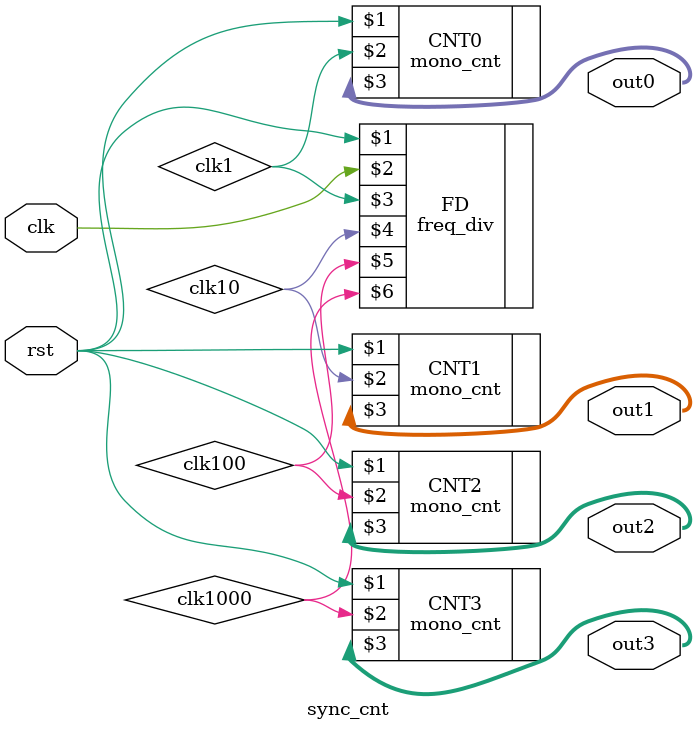
<source format=v>
module sync_cnt(rst, clk, out0, out1, out2, out3);
input rst, clk;
output [3:0] out0, out1, out2, out3;
wire clk1, clk10, clk100, clk1000;

freq_div FD(rst, clk, clk1, clk10, clk100, clk1000);

mono_cnt CNT0(rst, clk1, out0);
mono_cnt CNT1(rst, clk10, out1);
mono_cnt CNT2(rst, clk100, out2);
mono_cnt CNT3(rst, clk1000, out3);

endmodule

</source>
